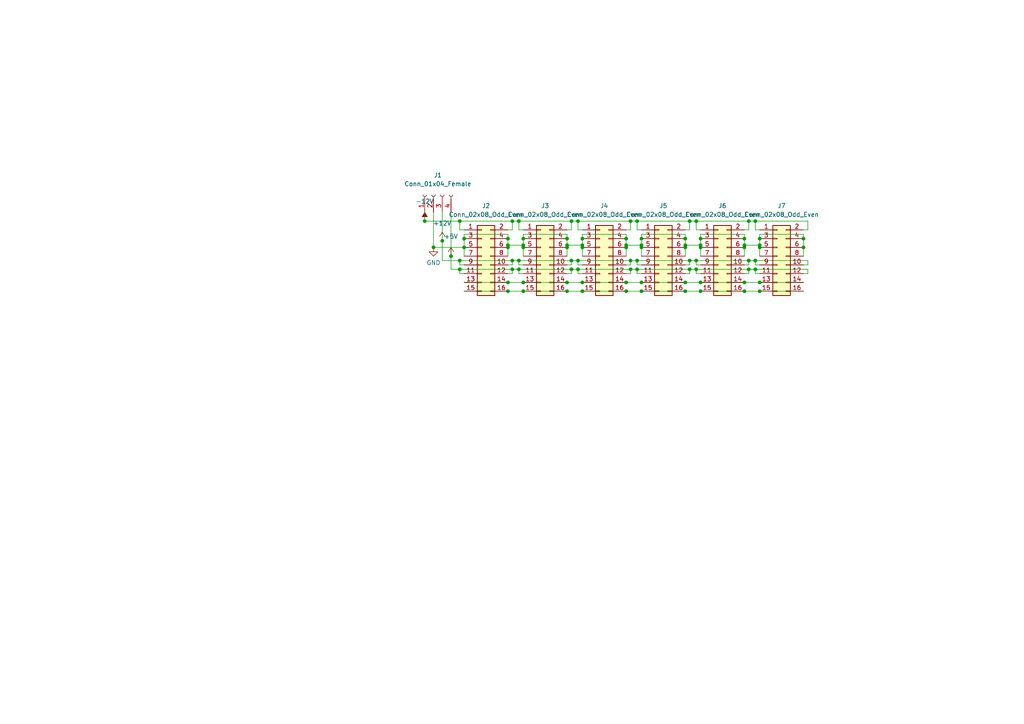
<source format=kicad_sch>
(kicad_sch (version 20211123) (generator eeschema)
  (paper "A4")
  (lib_symbols
    (symbol "Connector:Conn_01x04_Female" (pin_names (offset 1.016) hide)
      (property "Reference" "J" (at 0 5.08 0))
      (property "Value" "Conn_01x04_Female" (at 0 -7.62 0))
      (symbol "Conn_01x04_Female_1_1"
        (arc (start 0 -4.572) (mid -0.508 -5.08) (end 0 -5.588) (stroke (width 0.1524)))
        (arc (start 0 -2.032) (mid -0.508 -2.54) (end 0 -3.048) (stroke (width 0.1524)))
        (polyline (pts (xy -1.27 -5.08) (xy -0.508 -5.08)) (stroke (width 0.1524)))
        (polyline (pts (xy -1.27 -2.54) (xy -0.508 -2.54)) (stroke (width 0.1524)))
        (polyline (pts (xy -1.27 0) (xy -0.508 0)) (stroke (width 0.1524)))
        (polyline (pts (xy -1.27 2.54) (xy -0.508 2.54)) (stroke (width 0.1524)))
        (arc (start 0 0.508) (mid -0.508 0) (end 0 -0.508) (stroke (width 0.1524)))
        (arc (start 0 3.048) (mid -0.508 2.54) (end 0 2.032) (stroke (width 0.1524)))
        (pin passive line (at -5.08 2.54 0) (length 3.81) (name "Pin_1") (number "1"))
        (pin passive line (at -5.08 0 0) (length 3.81) (name "Pin_2") (number "2"))
        (pin passive line (at -5.08 -2.54 0) (length 3.81) (name "Pin_3") (number "3"))
        (pin passive line (at -5.08 -5.08 0) (length 3.81) (name "Pin_4") (number "4"))
      )
    )
    (symbol "Connector_Generic:Conn_02x08_Odd_Even" (pin_names (offset 1.016) hide)
      (property "Reference" "J" (at 1.27 10.16 0))
      (property "Value" "Conn_02x08_Odd_Even" (at 1.27 -12.7 0))
      (symbol "Conn_02x08_Odd_Even_1_1"
        (rectangle (start -1.27 -10.033) (end 0 -10.287) (stroke (width 0.1524)))
        (rectangle (start -1.27 -7.493) (end 0 -7.747) (stroke (width 0.1524)))
        (rectangle (start -1.27 -4.953) (end 0 -5.207) (stroke (width 0.1524)))
        (rectangle (start -1.27 -2.413) (end 0 -2.667) (stroke (width 0.1524)))
        (rectangle (start -1.27 0.127) (end 0 -0.127) (stroke (width 0.1524)))
        (rectangle (start -1.27 2.667) (end 0 2.413) (stroke (width 0.1524)))
        (rectangle (start -1.27 5.207) (end 0 4.953) (stroke (width 0.1524)))
        (rectangle (start -1.27 7.747) (end 0 7.493) (stroke (width 0.1524)))
        (rectangle (start -1.27 8.89) (end 3.81 -11.43) (stroke (width 0.254)) (fill (type background)))
        (rectangle (start 3.81 -10.033) (end 2.54 -10.287) (stroke (width 0.1524)))
        (rectangle (start 3.81 -7.493) (end 2.54 -7.747) (stroke (width 0.1524)))
        (rectangle (start 3.81 -4.953) (end 2.54 -5.207) (stroke (width 0.1524)))
        (rectangle (start 3.81 -2.413) (end 2.54 -2.667) (stroke (width 0.1524)))
        (rectangle (start 3.81 0.127) (end 2.54 -0.127) (stroke (width 0.1524)))
        (rectangle (start 3.81 2.667) (end 2.54 2.413) (stroke (width 0.1524)))
        (rectangle (start 3.81 5.207) (end 2.54 4.953) (stroke (width 0.1524)))
        (rectangle (start 3.81 7.747) (end 2.54 7.493) (stroke (width 0.1524)))
        (pin passive line (at -5.08 7.62 0) (length 3.81) (name "Pin_1") (number "1"))
        (pin passive line (at 7.62 -2.54 180) (length 3.81) (name "Pin_10") (number "10"))
        (pin passive line (at -5.08 -5.08 0) (length 3.81) (name "Pin_11") (number "11"))
        (pin passive line (at 7.62 -5.08 180) (length 3.81) (name "Pin_12") (number "12"))
        (pin passive line (at -5.08 -7.62 0) (length 3.81) (name "Pin_13") (number "13"))
        (pin passive line (at 7.62 -7.62 180) (length 3.81) (name "Pin_14") (number "14"))
        (pin passive line (at -5.08 -10.16 0) (length 3.81) (name "Pin_15") (number "15"))
        (pin passive line (at 7.62 -10.16 180) (length 3.81) (name "Pin_16") (number "16"))
        (pin passive line (at 7.62 7.62 180) (length 3.81) (name "Pin_2") (number "2"))
        (pin passive line (at -5.08 5.08 0) (length 3.81) (name "Pin_3") (number "3"))
        (pin passive line (at 7.62 5.08 180) (length 3.81) (name "Pin_4") (number "4"))
        (pin passive line (at -5.08 2.54 0) (length 3.81) (name "Pin_5") (number "5"))
        (pin passive line (at 7.62 2.54 180) (length 3.81) (name "Pin_6") (number "6"))
        (pin passive line (at -5.08 0 0) (length 3.81) (name "Pin_7") (number "7"))
        (pin passive line (at 7.62 0 180) (length 3.81) (name "Pin_8") (number "8"))
        (pin passive line (at -5.08 -2.54 0) (length 3.81) (name "Pin_9") (number "9"))
      )
    )
    (symbol "power:+12V" (power) (pin_names (offset 0))
      (property "Value" "+12V" (at 0 3.556 0))
      (symbol "+12V_0_1"
        (polyline (pts (xy -0.762 1.27) (xy 0 2.54)))
        (polyline (pts (xy 0 0) (xy 0 2.54)))
        (polyline (pts (xy 0 2.54) (xy 0.762 1.27)))
      )
      (symbol "+12V_1_1"
        (pin power_in line (at 0 0 90) (length 0) hide (name "+12V") (number "1"))
      )
    )
    (symbol "power:+5V" (power) (pin_names (offset 0))
      (property "Value" "+5V" (at 0 3.556 0))
      (symbol "+5V_0_1"
        (polyline (pts (xy -0.762 1.27) (xy 0 2.54)))
        (polyline (pts (xy 0 0) (xy 0 2.54)))
        (polyline (pts (xy 0 2.54) (xy 0.762 1.27)))
      )
      (symbol "+5V_1_1"
        (pin power_in line (at 0 0 90) (length 0) hide (name "+5V") (number "1"))
      )
    )
    (symbol "power:-12V" (power) (pin_names (offset 0))
      (property "Value" "-12V" (at 0 3.81 0))
      (symbol "-12V_0_0"
        (pin power_in line (at 0 0 90) (length 0) hide (name "-12V") (number "1"))
      )
      (symbol "-12V_0_1"
        (polyline (pts (xy 0 0) (xy 0 1.27) (xy 0.762 1.27) (xy 0 2.54) (xy -0.762 1.27) (xy 0 1.27)) (fill (type outline)))
      )
    )
    (symbol "power:GND" (power) (pin_names (offset 0))
      (property "Value" "GND" (at 0 -3.81 0))
      (symbol "GND_0_1"
        (polyline (pts (xy 0 0) (xy 0 -1.27) (xy 1.27 -1.27) (xy 0 -2.54) (xy -1.27 -1.27) (xy 0 -1.27)))
      )
      (symbol "GND_1_1"
        (pin power_in line (at 0 0 270) (length 0) hide (name "GND") (number "1"))
      )
    )
  )
  (junction (at 167.64 75.565))
  (junction (at 217.17 78.105))
  (junction (at 220.345 71.755))
  (junction (at 148.59 64.135))
  (junction (at 198.755 71.755))
  (junction (at 147.32 71.12))
  (junction (at 184.785 78.105))
  (junction (at 181.61 71.755))
  (junction (at 168.91 84.455))
  (junction (at 164.465 71.755))
  (junction (at 167.64 78.105))
  (junction (at 150.495 64.135))
  (junction (at 147.32 69.215))
  (junction (at 168.91 81.915))
  (junction (at 181.61 84.455))
  (junction (at 220.345 81.915))
  (junction (at 133.35 75.565))
  (junction (at 200.025 75.565))
  (junction (at 203.2 71.12))
  (junction (at 181.61 69.215))
  (junction (at 215.9 71.755))
  (junction (at 203.2 69.215))
  (junction (at 134.62 71.755))
  (junction (at 150.495 78.105))
  (junction (at 164.465 71.12))
  (junction (at 181.61 71.12))
  (junction (at 133.35 64.135))
  (junction (at 233.045 71.755))
  (junction (at 219.075 78.105))
  (junction (at 128.27 69.85))
  (junction (at 148.59 75.565))
  (junction (at 203.2 84.455))
  (junction (at 164.465 69.215))
  (junction (at 186.055 71.755))
  (junction (at 123.19 64.135))
  (junction (at 215.9 69.215))
  (junction (at 200.025 64.135))
  (junction (at 151.765 81.915))
  (junction (at 201.93 64.135))
  (junction (at 151.765 69.215))
  (junction (at 182.88 78.105))
  (junction (at 164.465 84.455))
  (junction (at 186.055 81.915))
  (junction (at 165.735 75.565))
  (junction (at 151.765 71.12))
  (junction (at 184.785 75.565))
  (junction (at 164.465 81.915))
  (junction (at 134.62 69.215))
  (junction (at 165.735 78.105))
  (junction (at 215.9 84.455))
  (junction (at 148.59 78.105))
  (junction (at 168.91 71.12))
  (junction (at 233.045 69.215))
  (junction (at 203.2 81.915))
  (junction (at 215.9 81.915))
  (junction (at 147.32 84.455))
  (junction (at 168.91 69.215))
  (junction (at 198.755 81.915))
  (junction (at 198.755 69.215))
  (junction (at 147.32 71.755))
  (junction (at 219.075 64.135))
  (junction (at 182.88 75.565))
  (junction (at 201.93 78.105))
  (junction (at 217.17 75.565))
  (junction (at 215.9 71.12))
  (junction (at 168.91 71.755))
  (junction (at 220.345 69.215))
  (junction (at 220.345 71.12))
  (junction (at 220.345 84.455))
  (junction (at 201.93 75.565))
  (junction (at 125.73 71.755))
  (junction (at 198.755 84.455))
  (junction (at 203.2 71.755))
  (junction (at 150.495 75.565))
  (junction (at 182.88 64.135))
  (junction (at 186.055 69.215))
  (junction (at 198.755 71.12))
  (junction (at 130.81 74.295))
  (junction (at 151.765 84.455))
  (junction (at 167.64 64.135))
  (junction (at 219.075 75.565))
  (junction (at 186.055 84.455))
  (junction (at 147.32 81.915))
  (junction (at 217.17 64.135))
  (junction (at 200.025 78.105))
  (junction (at 151.765 71.755))
  (junction (at 165.735 64.135))
  (junction (at 186.055 71.12))
  (junction (at 184.785 64.135))
  (junction (at 133.35 78.105))
  (junction (at 181.61 81.915))
  (wire (pts (xy 150.495 76.835) (xy 150.495 75.565)))
  (wire (pts (xy 200.025 75.565) (xy 201.93 75.565)))
  (wire (pts (xy 198.755 71.12) (xy 203.2 71.12)))
  (wire (pts (xy 181.61 81.915) (xy 186.055 81.915)))
  (wire (pts (xy 164.465 71.12) (xy 164.465 71.755)))
  (wire (pts (xy 200.025 78.105) (xy 200.025 79.375)))
  (wire (pts (xy 234.315 66.675) (xy 233.045 66.675)))
  (wire (pts (xy 234.315 76.835) (xy 233.045 76.835)))
  (wire (pts (xy 200.025 64.135) (xy 200.025 66.675)))
  (wire (pts (xy 217.17 64.135) (xy 219.075 64.135)))
  (wire (pts (xy 167.64 75.565) (xy 182.88 75.565)))
  (wire (pts (xy 134.62 84.455) (xy 147.32 84.455)))
  (wire (pts (xy 168.91 67.945) (xy 181.61 67.945)))
  (wire (pts (xy 150.495 79.375) (xy 150.495 78.105)))
  (wire (pts (xy 133.35 75.565) (xy 148.59 75.565)))
  (wire (pts (xy 181.61 71.12) (xy 181.61 71.755)))
  (wire (pts (xy 220.345 67.945) (xy 233.045 67.945)))
  (wire (pts (xy 200.025 66.675) (xy 198.755 66.675)))
  (wire (pts (xy 186.055 71.12) (xy 186.055 71.755)))
  (wire (pts (xy 148.59 76.835) (xy 147.32 76.835)))
  (wire (pts (xy 164.465 71.12) (xy 168.91 71.12)))
  (wire (pts (xy 167.64 76.835) (xy 167.64 75.565)))
  (wire (pts (xy 217.17 64.135) (xy 217.17 66.675)))
  (wire (pts (xy 233.045 67.945) (xy 233.045 69.215)))
  (wire (pts (xy 165.735 75.565) (xy 165.735 76.835)))
  (wire (pts (xy 148.59 78.105) (xy 148.59 79.375)))
  (wire (pts (xy 134.62 76.835) (xy 133.35 76.835)))
  (wire (pts (xy 165.735 76.835) (xy 164.465 76.835)))
  (wire (pts (xy 233.045 69.215) (xy 233.045 71.755)))
  (wire (pts (xy 186.055 66.675) (xy 184.785 66.675)))
  (wire (pts (xy 215.9 79.375) (xy 217.17 79.375)))
  (wire (pts (xy 184.785 66.675) (xy 184.785 64.135)))
  (wire (pts (xy 167.64 64.135) (xy 182.88 64.135)))
  (wire (pts (xy 150.495 78.105) (xy 165.735 78.105)))
  (wire (pts (xy 182.88 75.565) (xy 182.88 76.835)))
  (wire (pts (xy 128.27 75.565) (xy 128.27 69.85)))
  (wire (pts (xy 215.9 69.215) (xy 215.9 71.12)))
  (wire (pts (xy 164.465 71.755) (xy 164.465 74.295)))
  (wire (pts (xy 186.055 67.945) (xy 198.755 67.945)))
  (wire (pts (xy 219.075 64.135) (xy 234.315 64.135)))
  (wire (pts (xy 186.055 84.455) (xy 198.755 84.455)))
  (wire (pts (xy 186.055 79.375) (xy 184.785 79.375)))
  (wire (pts (xy 148.59 78.105) (xy 150.495 78.105)))
  (wire (pts (xy 215.9 71.755) (xy 215.9 74.295)))
  (wire (pts (xy 168.91 79.375) (xy 167.64 79.375)))
  (wire (pts (xy 201.93 64.135) (xy 217.17 64.135)))
  (wire (pts (xy 234.315 64.135) (xy 234.315 66.675)))
  (wire (pts (xy 182.88 66.675) (xy 181.61 66.675)))
  (wire (pts (xy 151.765 76.835) (xy 150.495 76.835)))
  (wire (pts (xy 181.61 71.755) (xy 181.61 74.295)))
  (wire (pts (xy 203.2 66.675) (xy 201.93 66.675)))
  (wire (pts (xy 215.9 67.945) (xy 215.9 69.215)))
  (wire (pts (xy 168.91 69.215) (xy 168.91 67.945)))
  (wire (pts (xy 165.735 78.105) (xy 165.735 79.375)))
  (wire (pts (xy 147.32 71.755) (xy 147.32 74.295)))
  (wire (pts (xy 164.465 67.945) (xy 164.465 69.215)))
  (wire (pts (xy 148.59 64.135) (xy 150.495 64.135)))
  (wire (pts (xy 220.345 71.12) (xy 220.345 71.755)))
  (wire (pts (xy 151.765 71.12) (xy 151.765 71.755)))
  (wire (pts (xy 219.075 78.105) (xy 234.315 78.105)))
  (wire (pts (xy 184.785 78.105) (xy 200.025 78.105)))
  (wire (pts (xy 165.735 66.675) (xy 164.465 66.675)))
  (wire (pts (xy 181.61 84.455) (xy 186.055 84.455)))
  (wire (pts (xy 147.32 71.12) (xy 151.765 71.12)))
  (wire (pts (xy 184.785 64.135) (xy 200.025 64.135)))
  (wire (pts (xy 198.755 81.915) (xy 203.2 81.915)))
  (wire (pts (xy 234.315 78.105) (xy 234.315 79.375)))
  (wire (pts (xy 217.17 75.565) (xy 219.075 75.565)))
  (wire (pts (xy 198.755 84.455) (xy 203.2 84.455)))
  (wire (pts (xy 167.64 78.105) (xy 182.88 78.105)))
  (wire (pts (xy 168.91 76.835) (xy 167.64 76.835)))
  (wire (pts (xy 151.765 69.215) (xy 151.765 67.945)))
  (wire (pts (xy 134.62 81.915) (xy 147.32 81.915)))
  (wire (pts (xy 181.61 69.215) (xy 181.61 71.12)))
  (wire (pts (xy 200.025 75.565) (xy 200.025 76.835)))
  (wire (pts (xy 148.59 66.675) (xy 147.32 66.675)))
  (wire (pts (xy 217.17 75.565) (xy 217.17 76.835)))
  (wire (pts (xy 220.345 69.215) (xy 220.345 71.12)))
  (wire (pts (xy 233.045 71.755) (xy 233.045 74.295)))
  (wire (pts (xy 184.785 79.375) (xy 184.785 78.105)))
  (wire (pts (xy 134.62 79.375) (xy 133.35 79.375)))
  (wire (pts (xy 220.345 69.215) (xy 220.345 67.945)))
  (wire (pts (xy 186.055 69.215) (xy 186.055 67.945)))
  (wire (pts (xy 164.465 84.455) (xy 168.91 84.455)))
  (wire (pts (xy 203.2 67.945) (xy 215.9 67.945)))
  (wire (pts (xy 219.075 66.675) (xy 219.075 64.135)))
  (wire (pts (xy 215.9 71.12) (xy 220.345 71.12)))
  (wire (pts (xy 133.35 76.835) (xy 133.35 75.565)))
  (wire (pts (xy 201.93 75.565) (xy 217.17 75.565)))
  (wire (pts (xy 182.88 76.835) (xy 181.61 76.835)))
  (wire (pts (xy 200.025 78.105) (xy 201.93 78.105)))
  (wire (pts (xy 184.785 76.835) (xy 184.785 75.565)))
  (wire (pts (xy 134.62 66.675) (xy 133.35 66.675)))
  (wire (pts (xy 181.61 79.375) (xy 182.88 79.375)))
  (wire (pts (xy 151.765 66.675) (xy 150.495 66.675)))
  (wire (pts (xy 200.025 76.835) (xy 198.755 76.835)))
  (wire (pts (xy 164.465 81.915) (xy 168.91 81.915)))
  (wire (pts (xy 182.88 75.565) (xy 184.785 75.565)))
  (wire (pts (xy 168.91 81.915) (xy 181.61 81.915)))
  (wire (pts (xy 133.35 64.135) (xy 123.19 64.135)))
  (wire (pts (xy 164.465 69.215) (xy 164.465 71.12)))
  (wire (pts (xy 123.19 64.135) (xy 123.19 61.595)))
  (wire (pts (xy 203.2 76.835) (xy 201.93 76.835)))
  (wire (pts (xy 133.35 78.105) (xy 130.81 78.105)))
  (wire (pts (xy 168.91 71.755) (xy 168.91 74.295)))
  (wire (pts (xy 134.62 71.755) (xy 125.73 71.755)))
  (wire (pts (xy 168.91 69.215) (xy 168.91 71.12)))
  (wire (pts (xy 203.2 84.455) (xy 215.9 84.455)))
  (wire (pts (xy 147.32 71.12) (xy 147.32 71.755)))
  (wire (pts (xy 133.35 75.565) (xy 128.27 75.565)))
  (wire (pts (xy 203.2 69.215) (xy 203.2 67.945)))
  (wire (pts (xy 219.075 76.835) (xy 219.075 75.565)))
  (wire (pts (xy 200.025 64.135) (xy 201.93 64.135)))
  (wire (pts (xy 133.35 78.105) (xy 148.59 78.105)))
  (wire (pts (xy 151.765 81.915) (xy 164.465 81.915)))
  (wire (pts (xy 186.055 71.755) (xy 186.055 74.295)))
  (wire (pts (xy 215.9 81.915) (xy 220.345 81.915)))
  (wire (pts (xy 133.35 79.375) (xy 133.35 78.105)))
  (wire (pts (xy 147.32 81.915) (xy 151.765 81.915)))
  (wire (pts (xy 220.345 76.835) (xy 219.075 76.835)))
  (wire (pts (xy 215.9 71.12) (xy 215.9 71.755)))
  (wire (pts (xy 220.345 81.915) (xy 233.045 81.915)))
  (wire (pts (xy 181.61 67.945) (xy 181.61 69.215)))
  (wire (pts (xy 220.345 79.375) (xy 219.075 79.375)))
  (wire (pts (xy 203.2 71.12) (xy 203.2 71.755)))
  (wire (pts (xy 147.32 69.215) (xy 147.32 71.12)))
  (wire (pts (xy 128.27 69.85) (xy 128.27 61.595)))
  (wire (pts (xy 201.93 79.375) (xy 201.93 78.105)))
  (wire (pts (xy 165.735 64.135) (xy 165.735 66.675)))
  (wire (pts (xy 164.465 79.375) (xy 165.735 79.375)))
  (wire (pts (xy 165.735 64.135) (xy 167.64 64.135)))
  (wire (pts (xy 148.59 75.565) (xy 150.495 75.565)))
  (wire (pts (xy 151.765 71.755) (xy 151.765 74.295)))
  (wire (pts (xy 165.735 78.105) (xy 167.64 78.105)))
  (wire (pts (xy 234.315 75.565) (xy 234.315 76.835)))
  (wire (pts (xy 151.765 69.215) (xy 151.765 71.12)))
  (wire (pts (xy 165.735 75.565) (xy 167.64 75.565)))
  (wire (pts (xy 130.81 78.105) (xy 130.81 74.295)))
  (wire (pts (xy 186.055 69.215) (xy 186.055 71.12)))
  (wire (pts (xy 186.055 76.835) (xy 184.785 76.835)))
  (wire (pts (xy 150.495 66.675) (xy 150.495 64.135)))
  (wire (pts (xy 201.93 66.675) (xy 201.93 64.135)))
  (wire (pts (xy 220.345 66.675) (xy 219.075 66.675)))
  (wire (pts (xy 198.755 79.375) (xy 200.025 79.375)))
  (wire (pts (xy 181.61 71.12) (xy 186.055 71.12)))
  (wire (pts (xy 215.9 84.455) (xy 220.345 84.455)))
  (wire (pts (xy 233.045 79.375) (xy 234.315 79.375)))
  (wire (pts (xy 182.88 64.135) (xy 184.785 64.135)))
  (wire (pts (xy 182.88 78.105) (xy 182.88 79.375)))
  (wire (pts (xy 148.59 64.135) (xy 148.59 66.675)))
  (wire (pts (xy 134.62 71.755) (xy 134.62 74.295)))
  (wire (pts (xy 150.495 75.565) (xy 165.735 75.565)))
  (wire (pts (xy 220.345 84.455) (xy 233.045 84.455)))
  (wire (pts (xy 151.765 79.375) (xy 150.495 79.375)))
  (wire (pts (xy 133.35 64.135) (xy 148.59 64.135)))
  (wire (pts (xy 167.64 79.375) (xy 167.64 78.105)))
  (wire (pts (xy 150.495 64.135) (xy 165.735 64.135)))
  (wire (pts (xy 198.755 69.215) (xy 198.755 71.12)))
  (wire (pts (xy 203.2 71.755) (xy 203.2 74.295)))
  (wire (pts (xy 198.755 67.945) (xy 198.755 69.215)))
  (wire (pts (xy 217.17 78.105) (xy 217.17 79.375)))
  (wire (pts (xy 203.2 69.215) (xy 203.2 71.12)))
  (wire (pts (xy 168.91 71.12) (xy 168.91 71.755)))
  (wire (pts (xy 167.64 66.675) (xy 167.64 64.135)))
  (wire (pts (xy 151.765 67.945) (xy 164.465 67.945)))
  (wire (pts (xy 168.91 66.675) (xy 167.64 66.675)))
  (wire (pts (xy 168.91 84.455) (xy 181.61 84.455)))
  (wire (pts (xy 198.755 71.755) (xy 198.755 74.295)))
  (wire (pts (xy 134.62 67.945) (xy 147.32 67.945)))
  (wire (pts (xy 147.32 67.945) (xy 147.32 69.215)))
  (wire (pts (xy 217.17 78.105) (xy 219.075 78.105)))
  (wire (pts (xy 147.32 84.455) (xy 151.765 84.455)))
  (wire (pts (xy 219.075 79.375) (xy 219.075 78.105)))
  (wire (pts (xy 217.17 76.835) (xy 215.9 76.835)))
  (wire (pts (xy 203.2 79.375) (xy 201.93 79.375)))
  (wire (pts (xy 182.88 78.105) (xy 184.785 78.105)))
  (wire (pts (xy 133.35 66.675) (xy 133.35 64.135)))
  (wire (pts (xy 125.73 71.755) (xy 125.73 61.595)))
  (wire (pts (xy 134.62 69.215) (xy 134.62 71.755)))
  (wire (pts (xy 201.93 76.835) (xy 201.93 75.565)))
  (wire (pts (xy 198.755 71.12) (xy 198.755 71.755)))
  (wire (pts (xy 184.785 75.565) (xy 200.025 75.565)))
  (wire (pts (xy 220.345 71.755) (xy 220.345 74.295)))
  (wire (pts (xy 186.055 81.915) (xy 198.755 81.915)))
  (wire (pts (xy 130.81 61.595) (xy 130.81 74.295)))
  (wire (pts (xy 151.765 84.455) (xy 164.465 84.455)))
  (wire (pts (xy 182.88 64.135) (xy 182.88 66.675)))
  (wire (pts (xy 217.17 66.675) (xy 215.9 66.675)))
  (wire (pts (xy 134.62 69.215) (xy 134.62 67.945)))
  (wire (pts (xy 203.2 81.915) (xy 215.9 81.915)))
  (wire (pts (xy 219.075 75.565) (xy 234.315 75.565)))
  (wire (pts (xy 148.59 75.565) (xy 148.59 76.835)))
  (wire (pts (xy 201.93 78.105) (xy 217.17 78.105)))
  (wire (pts (xy 147.32 79.375) (xy 148.59 79.375)))
  (symbol (lib_id "power:GND") (at 125.73 71.755 0) (unit 1)
    (property "Reference" "#PWR0102" (effects hide))
    (property "Value" "GND" (at 125.73 76.2 0))
  )
  (symbol (lib_id "power:+12V") (at 128.27 69.85 0) (unit 1)
    (property "Reference" "#PWR0103" (effects hide))
    (property "Value" "+12V" (at 128.27 64.77 0))
  )
  (symbol (lib_id "Connector_Generic:Conn_02x08_Odd_Even") (at 173.99 74.295 0) (unit 1)
    (property "Reference" "J4" (at 175.26 59.69 0))
    (property "Value" "Conn_02x08_Odd_Even" (at 175.26 62.23 0))
    (property "Footprint" "Connector_IDC:IDC-Header_2x08_P2.54mm_Vertical" (effects hide))
  )
  (symbol (lib_id "Connector_Generic:Conn_02x08_Odd_Even") (at 225.425 74.295 0) (unit 1)
    (property "Reference" "J7" (at 226.695 59.69 0))
    (property "Value" "Conn_02x08_Odd_Even" (at 226.695 62.23 0))
    (property "Footprint" "Connector_IDC:IDC-Header_2x08_P2.54mm_Vertical" (effects hide))
  )
  (symbol (lib_id "power:-12V") (at 123.19 64.135 0) (unit 1)
    (property "Reference" "#PWR0101" (effects hide))
    (property "Value" "-12V" (at 123.19 58.42 0))
  )
  (symbol (lib_id "Connector_Generic:Conn_02x08_Odd_Even") (at 191.135 74.295 0) (unit 1)
    (property "Reference" "J5" (at 192.405 59.69 0))
    (property "Value" "Conn_02x08_Odd_Even" (at 192.405 62.23 0))
    (property "Footprint" "Connector_IDC:IDC-Header_2x08_P2.54mm_Vertical" (effects hide))
  )
  (symbol (lib_id "Connector_Generic:Conn_02x08_Odd_Even") (at 208.28 74.295 0) (unit 1)
    (property "Reference" "J6" (at 209.55 59.69 0))
    (property "Value" "Conn_02x08_Odd_Even" (at 209.55 62.23 0))
    (property "Footprint" "Connector_IDC:IDC-Header_2x08_P2.54mm_Vertical" (effects hide))
  )
  (symbol (lib_id "Connector:Conn_01x04_Female") (at 125.73 56.515 90) (unit 1)
    (property "Reference" "J1" (at 127 50.8 90))
    (property "Value" "Conn_01x04_Female" (at 127 53.34 90))
    (property "Footprint" "TerminalBlock_MetzConnect:TerminalBlock_MetzConnect_Type055_RT01504HDWU_1x04_P5.00mm_Horizontal" (effects hide))
  )
  (symbol (lib_id "Connector_Generic:Conn_02x08_Odd_Even") (at 139.7 74.295 0) (unit 1)
    (property "Reference" "J2" (at 140.97 59.69 0))
    (property "Value" "Conn_02x08_Odd_Even" (at 140.97 62.23 0))
    (property "Footprint" "Connector_IDC:IDC-Header_2x08_P2.54mm_Vertical" (effects hide))
  )
  (symbol (lib_id "Connector_Generic:Conn_02x08_Odd_Even") (at 156.845 74.295 0) (unit 1)
    (property "Reference" "J3" (at 158.115 59.69 0))
    (property "Value" "Conn_02x08_Odd_Even" (at 158.115 62.23 0))
    (property "Footprint" "Connector_IDC:IDC-Header_2x08_P2.54mm_Vertical" (effects hide))
  )
  (symbol (lib_id "power:+5V") (at 130.81 74.295 0) (unit 1)
    (property "Reference" "#PWR0104" (effects hide))
    (property "Value" "+5V" (at 130.81 68.58 0))
  )
)
</source>
